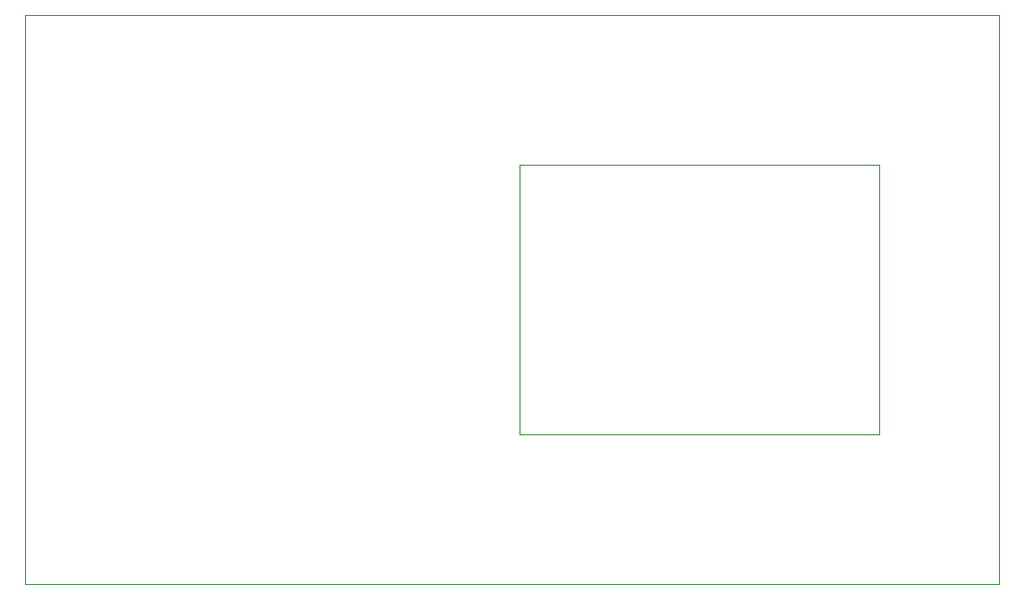
<source format=gbr>
%TF.GenerationSoftware,KiCad,Pcbnew,7.0.6*%
%TF.CreationDate,2023-08-02T14:23:40+01:00*%
%TF.ProjectId,Outline3,4f75746c-696e-4653-932e-6b696361645f,rev?*%
%TF.SameCoordinates,Original*%
%TF.FileFunction,Profile,NP*%
%FSLAX46Y46*%
G04 Gerber Fmt 4.6, Leading zero omitted, Abs format (unit mm)*
G04 Created by KiCad (PCBNEW 7.0.6) date 2023-08-02 14:23:40*
%MOMM*%
%LPD*%
G01*
G04 APERTURE LIST*
%TA.AperFunction,Profile*%
%ADD10C,0.100000*%
%TD*%
G04 APERTURE END LIST*
D10*
X156845000Y-13845000D02*
X239395000Y-13845000D01*
X239395000Y-62105000D01*
X156845000Y-62105000D01*
X156845000Y-13845000D01*
X198755000Y-26545000D02*
X229235000Y-26545000D01*
X229235000Y-49405000D01*
X198755000Y-49405000D01*
X198755000Y-26545000D01*
M02*

</source>
